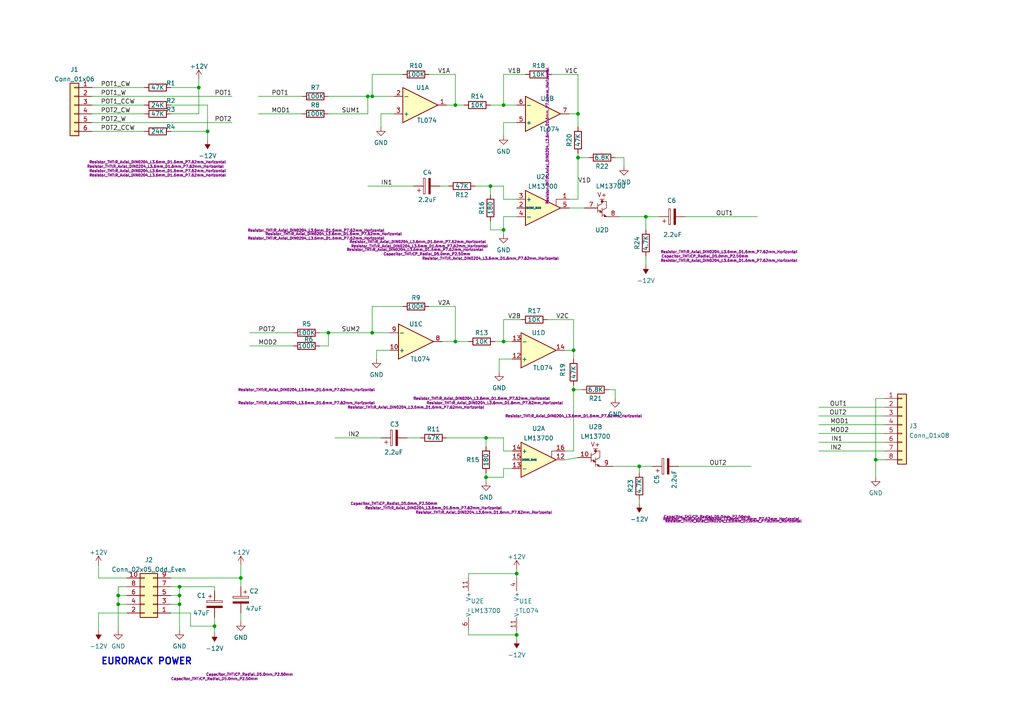
<source format=kicad_sch>
(kicad_sch (version 20211123) (generator eeschema)
  (paper "A4")
  (lib_symbols
    (symbol "Amplifier_Operational:LM13700" (pin_names (offset 0.127))
      (property "Reference" "U" (at 3.81 5.08 0))
      (property "Value" "LM13700" (at 5.08 -5.08 0))
      (symbol "LM13700_1_1"
        (polyline (pts (xy 3.81 -0.635) (xy 3.81 -2.54) (xy 5.08 -2.54)))
        (polyline (pts (xy 5.08 0) (xy -5.08 -5.08) (xy -5.08 5.08) (xy 5.08 0)) (stroke (width 0.254)) (fill (type background)))
        (pin output line (at 7.62 0 180) (length 2.54) (name "~") (number "12"))
        (pin input line (at -7.62 2.54 0) (length 2.54) (name "-") (number "13"))
        (pin input line (at -7.62 -2.54 0) (length 2.54) (name "+") (number "14"))
        (pin input line (at -7.62 0 0) (length 2.54) (name "DIODE_BIAS") (number "15"))
        (pin input line (at 7.62 -2.54 180) (length 2.54) (name "~") (number "16"))
      )
      (symbol "LM13700_2_0"
        (polyline (pts (xy -1.905 2.54) (xy -3.175 2.54)))
      )
      (symbol "LM13700_2_1"
        (circle (center -2.54 1.905) (radius 0.254) (stroke (width 0.254)) (fill (type outline)))
        (polyline (pts (xy -3.81 -0.635) (xy -2.54 -1.27)))
        (polyline (pts (xy -3.81 1.27) (xy -3.81 -1.27)))
        (polyline (pts (xy -2.54 -1.905) (xy -1.27 -2.54)))
        (polyline (pts (xy -2.54 0) (xy -2.54 -2.54)))
        (polyline (pts (xy -3.81 0.635) (xy -2.54 1.27) (xy -2.54 1.905) (xy -2.54 2.54)))
        (polyline (pts (xy -2.54 -1.27) (xy -3.175 -0.635) (xy -3.175 -1.27) (xy -2.54 -1.27)) (fill (type outline)))
        (polyline (pts (xy -2.54 -0.635) (xy -1.27 0) (xy -1.27 1.905) (xy -2.54 1.905)))
        (polyline (pts (xy -1.27 -2.54) (xy -1.905 -1.905) (xy -1.905 -2.54) (xy -1.27 -2.54)) (fill (type outline)))
        (text "V+" (at -2.54 3.81 0) (effects (font (size 1.27 1.27))))
        (pin input line (at -7.62 0 0) (length 3.81) (name "~") (number "10"))
        (pin output line (at 2.54 -2.54 180) (length 3.81) (name "~") (number "9"))
      )
      (symbol "LM13700_3_1"
        (polyline (pts (xy 3.81 -0.635) (xy 3.81 -2.54) (xy 5.08 -2.54)))
        (polyline (pts (xy 5.08 0) (xy -5.08 -5.08) (xy -5.08 5.08) (xy 5.08 0)) (stroke (width 0.254)) (fill (type background)))
        (pin input line (at 7.62 -2.54 180) (length 2.54) (name "~") (number "1"))
        (pin input line (at -7.62 0 0) (length 2.54) (name "DIODE_BIAS") (number "2"))
        (pin input line (at -7.62 -2.54 0) (length 2.54) (name "+") (number "3"))
        (pin input line (at -7.62 2.54 0) (length 2.54) (name "-") (number "4"))
        (pin output line (at 7.62 0 180) (length 2.54) (name "~") (number "5"))
      )
      (symbol "LM13700_4_0"
        (polyline (pts (xy -3.175 2.54) (xy -1.905 2.54)))
        (text "V+" (at -2.54 3.81 0) (effects (font (size 1.27 1.27))))
      )
      (symbol "LM13700_4_1"
        (circle (center -2.54 1.905) (radius 0.254) (stroke (width 0.254)) (fill (type outline)))
        (polyline (pts (xy -3.81 -0.635) (xy -2.54 -1.27)))
        (polyline (pts (xy -3.81 1.27) (xy -3.81 -1.27)))
        (polyline (pts (xy -2.54 -1.905) (xy -1.27 -2.54)))
        (polyline (pts (xy -2.54 0) (xy -2.54 -2.54)))
        (polyline (pts (xy -3.81 0.635) (xy -2.54 1.27) (xy -2.54 2.54)))
        (polyline (pts (xy -2.54 -1.27) (xy -3.175 -0.635) (xy -3.175 -1.27) (xy -2.54 -1.27)) (fill (type outline)))
        (polyline (pts (xy -2.54 -0.635) (xy -1.27 0) (xy -1.27 1.905) (xy -2.54 1.905)))
        (polyline (pts (xy -1.27 -2.54) (xy -1.905 -1.905) (xy -1.905 -2.54) (xy -1.27 -2.54)) (fill (type outline)))
        (pin input line (at -7.62 0 0) (length 3.81) (name "~") (number "7"))
        (pin output line (at 2.54 -2.54 180) (length 3.81) (name "~") (number "8"))
      )
      (symbol "LM13700_5_1"
        (pin power_in line (at -2.54 7.62 270) (length 3.81) (name "V+") (number "11"))
        (pin power_in line (at -2.54 -7.62 90) (length 3.81) (name "V-") (number "6"))
      )
    )
    (symbol "Amplifier_Operational:TL074" (pin_names (offset 0.127))
      (property "Reference" "U" (at 0 5.08 0))
      (property "Value" "TL074" (at 0 -5.08 0))
      (symbol "TL074_1_1"
        (polyline (pts (xy -5.08 5.08) (xy 5.08 0) (xy -5.08 -5.08) (xy -5.08 5.08)) (stroke (width 0.254)) (fill (type background)))
        (pin output line (at 7.62 0 180) (length 2.54) (name "~") (number "1"))
        (pin input line (at -7.62 -2.54 0) (length 2.54) (name "-") (number "2"))
        (pin input line (at -7.62 2.54 0) (length 2.54) (name "+") (number "3"))
      )
      (symbol "TL074_2_1"
        (polyline (pts (xy -5.08 5.08) (xy 5.08 0) (xy -5.08 -5.08) (xy -5.08 5.08)) (stroke (width 0.254)) (fill (type background)))
        (pin input line (at -7.62 2.54 0) (length 2.54) (name "+") (number "5"))
        (pin input line (at -7.62 -2.54 0) (length 2.54) (name "-") (number "6"))
        (pin output line (at 7.62 0 180) (length 2.54) (name "~") (number "7"))
      )
      (symbol "TL074_3_1"
        (polyline (pts (xy -5.08 5.08) (xy 5.08 0) (xy -5.08 -5.08) (xy -5.08 5.08)) (stroke (width 0.254)) (fill (type background)))
        (pin input line (at -7.62 2.54 0) (length 2.54) (name "+") (number "10"))
        (pin output line (at 7.62 0 180) (length 2.54) (name "~") (number "8"))
        (pin input line (at -7.62 -2.54 0) (length 2.54) (name "-") (number "9"))
      )
      (symbol "TL074_4_1"
        (polyline (pts (xy -5.08 5.08) (xy 5.08 0) (xy -5.08 -5.08) (xy -5.08 5.08)) (stroke (width 0.254)) (fill (type background)))
        (pin input line (at -7.62 2.54 0) (length 2.54) (name "+") (number "12"))
        (pin input line (at -7.62 -2.54 0) (length 2.54) (name "-") (number "13"))
        (pin output line (at 7.62 0 180) (length 2.54) (name "~") (number "14"))
      )
      (symbol "TL074_5_1"
        (pin power_in line (at -2.54 -7.62 90) (length 3.81) (name "V-") (number "11"))
        (pin power_in line (at -2.54 7.62 270) (length 3.81) (name "V+") (number "4"))
      )
    )
    (symbol "Connector_Generic:Conn_01x06" (pin_names (offset 1.016) hide)
      (property "Reference" "J" (at 0 7.62 0))
      (property "Value" "Conn_01x06" (at 0 -10.16 0))
      (symbol "Conn_01x06_1_1"
        (rectangle (start -1.27 -7.493) (end 0 -7.747) (stroke (width 0.1524)))
        (rectangle (start -1.27 -4.953) (end 0 -5.207) (stroke (width 0.1524)))
        (rectangle (start -1.27 -2.413) (end 0 -2.667) (stroke (width 0.1524)))
        (rectangle (start -1.27 0.127) (end 0 -0.127) (stroke (width 0.1524)))
        (rectangle (start -1.27 2.667) (end 0 2.413) (stroke (width 0.1524)))
        (rectangle (start -1.27 5.207) (end 0 4.953) (stroke (width 0.1524)))
        (rectangle (start -1.27 6.35) (end 1.27 -8.89) (stroke (width 0.254)) (fill (type background)))
        (pin passive line (at -5.08 5.08 0) (length 3.81) (name "Pin_1") (number "1"))
        (pin passive line (at -5.08 2.54 0) (length 3.81) (name "Pin_2") (number "2"))
        (pin passive line (at -5.08 0 0) (length 3.81) (name "Pin_3") (number "3"))
        (pin passive line (at -5.08 -2.54 0) (length 3.81) (name "Pin_4") (number "4"))
        (pin passive line (at -5.08 -5.08 0) (length 3.81) (name "Pin_5") (number "5"))
        (pin passive line (at -5.08 -7.62 0) (length 3.81) (name "Pin_6") (number "6"))
      )
    )
    (symbol "Connector_Generic:Conn_01x08" (pin_names (offset 1.016) hide)
      (property "Reference" "J" (at 0 10.16 0))
      (property "Value" "Conn_01x08" (at 0 -12.7 0))
      (symbol "Conn_01x08_1_1"
        (rectangle (start -1.27 -10.033) (end 0 -10.287) (stroke (width 0.1524)))
        (rectangle (start -1.27 -7.493) (end 0 -7.747) (stroke (width 0.1524)))
        (rectangle (start -1.27 -4.953) (end 0 -5.207) (stroke (width 0.1524)))
        (rectangle (start -1.27 -2.413) (end 0 -2.667) (stroke (width 0.1524)))
        (rectangle (start -1.27 0.127) (end 0 -0.127) (stroke (width 0.1524)))
        (rectangle (start -1.27 2.667) (end 0 2.413) (stroke (width 0.1524)))
        (rectangle (start -1.27 5.207) (end 0 4.953) (stroke (width 0.1524)))
        (rectangle (start -1.27 7.747) (end 0 7.493) (stroke (width 0.1524)))
        (rectangle (start -1.27 8.89) (end 1.27 -11.43) (stroke (width 0.254)) (fill (type background)))
        (pin passive line (at -5.08 7.62 0) (length 3.81) (name "Pin_1") (number "1"))
        (pin passive line (at -5.08 5.08 0) (length 3.81) (name "Pin_2") (number "2"))
        (pin passive line (at -5.08 2.54 0) (length 3.81) (name "Pin_3") (number "3"))
        (pin passive line (at -5.08 0 0) (length 3.81) (name "Pin_4") (number "4"))
        (pin passive line (at -5.08 -2.54 0) (length 3.81) (name "Pin_5") (number "5"))
        (pin passive line (at -5.08 -5.08 0) (length 3.81) (name "Pin_6") (number "6"))
        (pin passive line (at -5.08 -7.62 0) (length 3.81) (name "Pin_7") (number "7"))
        (pin passive line (at -5.08 -10.16 0) (length 3.81) (name "Pin_8") (number "8"))
      )
    )
    (symbol "Connector_Generic:Conn_02x05_Odd_Even" (pin_names (offset 1.016) hide)
      (property "Reference" "J" (at 1.27 7.62 0))
      (property "Value" "Conn_02x05_Odd_Even" (at 1.27 -7.62 0))
      (symbol "Conn_02x05_Odd_Even_1_1"
        (rectangle (start -1.27 -4.953) (end 0 -5.207) (stroke (width 0.1524)))
        (rectangle (start -1.27 -2.413) (end 0 -2.667) (stroke (width 0.1524)))
        (rectangle (start -1.27 0.127) (end 0 -0.127) (stroke (width 0.1524)))
        (rectangle (start -1.27 2.667) (end 0 2.413) (stroke (width 0.1524)))
        (rectangle (start -1.27 5.207) (end 0 4.953) (stroke (width 0.1524)))
        (rectangle (start -1.27 6.35) (end 3.81 -6.35) (stroke (width 0.254)) (fill (type background)))
        (rectangle (start 3.81 -4.953) (end 2.54 -5.207) (stroke (width 0.1524)))
        (rectangle (start 3.81 -2.413) (end 2.54 -2.667) (stroke (width 0.1524)))
        (rectangle (start 3.81 0.127) (end 2.54 -0.127) (stroke (width 0.1524)))
        (rectangle (start 3.81 2.667) (end 2.54 2.413) (stroke (width 0.1524)))
        (rectangle (start 3.81 5.207) (end 2.54 4.953) (stroke (width 0.1524)))
        (pin passive line (at -5.08 5.08 0) (length 3.81) (name "Pin_1") (number "1"))
        (pin passive line (at 7.62 -5.08 180) (length 3.81) (name "Pin_10") (number "10"))
        (pin passive line (at 7.62 5.08 180) (length 3.81) (name "Pin_2") (number "2"))
        (pin passive line (at -5.08 2.54 0) (length 3.81) (name "Pin_3") (number "3"))
        (pin passive line (at 7.62 2.54 180) (length 3.81) (name "Pin_4") (number "4"))
        (pin passive line (at -5.08 0 0) (length 3.81) (name "Pin_5") (number "5"))
        (pin passive line (at 7.62 0 180) (length 3.81) (name "Pin_6") (number "6"))
        (pin passive line (at -5.08 -2.54 0) (length 3.81) (name "Pin_7") (number "7"))
        (pin passive line (at 7.62 -2.54 180) (length 3.81) (name "Pin_8") (number "8"))
        (pin passive line (at -5.08 -5.08 0) (length 3.81) (name "Pin_9") (number "9"))
      )
    )
    (symbol "Device:C_Polarized" (pin_numbers hide) (pin_names (offset 0.254))
      (property "Reference" "C" (at 0.635 2.54 0))
      (property "Value" "C_Polarized" (at 0.635 -2.54 0))
      (symbol "C_Polarized_0_1"
        (rectangle (start -2.286 0.508) (end 2.286 1.016))
        (polyline (pts (xy -1.778 2.286) (xy -0.762 2.286)))
        (polyline (pts (xy -1.27 2.794) (xy -1.27 1.778)))
        (rectangle (start 2.286 -0.508) (end -2.286 -1.016) (fill (type outline)))
      )
      (symbol "C_Polarized_1_1"
        (pin passive line (at 0 3.81 270) (length 2.794) (name "~") (number "1"))
        (pin passive line (at 0 -3.81 90) (length 2.794) (name "~") (number "2"))
      )
    )
    (symbol "Device:R" (pin_numbers hide) (pin_names (offset 0))
      (property "Reference" "R" (at 2.032 0 90))
      (property "Value" "R" (at 0 0 90))
      (symbol "R_0_1"
        (rectangle (start -1.016 -2.54) (end 1.016 2.54) (stroke (width 0.254)))
      )
      (symbol "R_1_1"
        (pin passive line (at 0 3.81 270) (length 1.27) (name "~") (number "1"))
        (pin passive line (at 0 -3.81 90) (length 1.27) (name "~") (number "2"))
      )
    )
    (symbol "power:+12V" (power) (pin_names (offset 0))
      (property "Value" "+12V" (at 0 3.556 0))
      (symbol "+12V_0_1"
        (polyline (pts (xy -0.762 1.27) (xy 0 2.54)))
        (polyline (pts (xy 0 0) (xy 0 2.54)))
        (polyline (pts (xy 0 2.54) (xy 0.762 1.27)))
      )
      (symbol "+12V_1_1"
        (pin power_in line (at 0 0 90) (length 0) hide (name "+12V") (number "1"))
      )
    )
    (symbol "power:-12V" (power) (pin_names (offset 0))
      (property "Value" "-12V" (at 0 3.81 0))
      (symbol "-12V_0_0"
        (pin power_in line (at 0 0 90) (length 0) hide (name "-12V") (number "1"))
      )
      (symbol "-12V_0_1"
        (polyline (pts (xy 0 0) (xy 0 1.27) (xy 0.762 1.27) (xy 0 2.54) (xy -0.762 1.27) (xy 0 1.27)) (fill (type outline)))
      )
    )
    (symbol "power:GND" (power) (pin_names (offset 0))
      (property "Value" "GND" (at 0 -3.81 0))
      (symbol "GND_0_1"
        (polyline (pts (xy 0 0) (xy 0 -1.27) (xy 1.27 -1.27) (xy 0 -2.54) (xy -1.27 -1.27) (xy 0 -1.27)))
      )
      (symbol "GND_1_1"
        (pin power_in line (at 0 0 270) (length 0) hide (name "GND") (number "1"))
      )
    )
  )
  (junction (at 167.64 45.72))
  (junction (at 146.05 30.48))
  (junction (at 166.37 113.03))
  (junction (at 132.08 30.48))
  (junction (at 106.68 27.94))
  (junction (at 167.64 33.02))
  (junction (at 62.23 181.61))
  (junction (at 57.658 25.4))
  (junction (at 140.97 127))
  (junction (at 60.198 38.1))
  (junction (at 142.24 53.975))
  (junction (at 149.86 166.37))
  (junction (at 107.95 96.52))
  (junction (at 146.05 66.675))
  (junction (at 52.07 175.26))
  (junction (at 187.325 62.865))
  (junction (at 185.42 135.255))
  (junction (at 34.29 175.26))
  (junction (at 52.07 170.18))
  (junction (at 107.95 27.94))
  (junction (at 95.25 96.52))
  (junction (at 166.37 101.6))
  (junction (at 132.08 99.06))
  (junction (at 34.29 172.72))
  (junction (at 254 133.35))
  (junction (at 69.85 167.64))
  (junction (at 52.07 172.72))
  (junction (at 140.97 138.43))
  (junction (at 149.86 184.15))
  (junction (at 146.05 99.06))
  (wire (pts (xy 52.07 172.72) (xy 52.07 175.26)))
  (wire (pts (xy 237.49 130.81) (xy 256.54 130.81)))
  (wire (pts (xy 166.37 113.03) (xy 168.91 113.03)))
  (wire (pts (xy 34.29 170.18) (xy 34.29 172.72)))
  (wire (pts (xy 57.658 25.4) (xy 57.658 22.86)))
  (wire (pts (xy 237.49 128.27) (xy 256.54 128.27)))
  (wire (pts (xy 132.08 99.06) (xy 128.27 99.06)))
  (wire (pts (xy 107.95 88.9) (xy 116.84 88.9)))
  (wire (pts (xy 146.05 62.865) (xy 146.05 66.675)))
  (wire (pts (xy 146.05 99.06) (xy 143.51 99.06)))
  (wire (pts (xy 69.85 163.83) (xy 69.85 167.64)))
  (wire (pts (xy 36.83 170.18) (xy 34.29 170.18)))
  (wire (pts (xy 140.97 138.43) (xy 146.05 138.43)))
  (wire (pts (xy 135.89 184.15) (xy 135.89 182.88)))
  (wire (pts (xy 107.95 88.9) (xy 107.95 96.52)))
  (wire (pts (xy 167.64 33.02) (xy 167.64 21.59)))
  (wire (pts (xy 92.71 100.33) (xy 95.25 100.33)))
  (wire (pts (xy 135.89 99.06) (xy 132.08 99.06)))
  (wire (pts (xy 142.24 64.135) (xy 142.24 66.675)))
  (wire (pts (xy 163.83 130.81) (xy 166.37 130.81)))
  (wire (pts (xy 106.68 53.975) (xy 120.015 53.975)))
  (wire (pts (xy 60.198 30.48) (xy 60.198 38.1)))
  (wire (pts (xy 163.83 101.6) (xy 166.37 101.6)))
  (wire (pts (xy 49.53 25.4) (xy 57.658 25.4)))
  (wire (pts (xy 149.86 62.865) (xy 146.05 62.865)))
  (wire (pts (xy 49.53 38.1) (xy 60.198 38.1)))
  (wire (pts (xy 95.25 27.94) (xy 106.68 27.94)))
  (wire (pts (xy 146.05 30.48) (xy 142.24 30.48)))
  (wire (pts (xy 166.37 111.76) (xy 166.37 113.03)))
  (wire (pts (xy 34.29 175.26) (xy 36.83 175.26)))
  (wire (pts (xy 149.86 30.48) (xy 146.05 30.48)))
  (wire (pts (xy 107.95 27.94) (xy 114.3 27.94)))
  (wire (pts (xy 148.59 99.06) (xy 146.05 99.06)))
  (wire (pts (xy 176.53 113.03) (xy 178.435 113.03)))
  (wire (pts (xy 62.23 170.18) (xy 62.23 171.45)))
  (wire (pts (xy 57.658 25.4) (xy 57.658 33.02)))
  (wire (pts (xy 132.08 30.48) (xy 129.54 30.48)))
  (wire (pts (xy 137.795 53.975) (xy 142.24 53.975)))
  (wire (pts (xy 140.97 127) (xy 146.05 127)))
  (wire (pts (xy 52.07 170.18) (xy 52.07 172.72)))
  (wire (pts (xy 114.3 33.02) (xy 110.49 33.02)))
  (wire (pts (xy 256.54 115.57) (xy 254 115.57)))
  (wire (pts (xy 185.42 135.255) (xy 189.23 135.255)))
  (wire (pts (xy 166.37 101.6) (xy 166.37 92.71)))
  (wire (pts (xy 34.29 172.72) (xy 36.83 172.72)))
  (wire (pts (xy 237.49 125.73) (xy 256.54 125.73)))
  (wire (pts (xy 149.86 166.37) (xy 149.86 167.64)))
  (wire (pts (xy 107.95 96.52) (xy 113.03 96.52)))
  (wire (pts (xy 165.1 60.325) (xy 169.545 60.325)))
  (wire (pts (xy 140.97 127) (xy 140.97 129.54)))
  (wire (pts (xy 26.67 35.56) (xy 67.31 35.56)))
  (wire (pts (xy 72.39 100.33) (xy 85.09 100.33)))
  (wire (pts (xy 149.86 184.15) (xy 149.86 182.88)))
  (wire (pts (xy 219.71 62.865) (xy 198.755 62.865)))
  (wire (pts (xy 254 133.35) (xy 254 138.43)))
  (wire (pts (xy 185.42 135.255) (xy 185.42 137.16)))
  (wire (pts (xy 146.05 92.71) (xy 151.13 92.71)))
  (wire (pts (xy 69.85 177.8) (xy 69.85 180.34)))
  (wire (pts (xy 34.29 172.72) (xy 34.29 175.26)))
  (wire (pts (xy 106.68 33.02) (xy 106.68 27.94)))
  (wire (pts (xy 237.49 118.11) (xy 256.54 118.11)))
  (wire (pts (xy 107.95 21.59) (xy 116.84 21.59)))
  (wire (pts (xy 146.05 99.06) (xy 146.05 92.71)))
  (wire (pts (xy 113.03 101.6) (xy 109.22 101.6)))
  (wire (pts (xy 237.49 120.65) (xy 256.54 120.65)))
  (wire (pts (xy 55.245 181.61) (xy 62.23 181.61)))
  (wire (pts (xy 149.86 57.785) (xy 146.05 57.785)))
  (wire (pts (xy 148.59 104.14) (xy 144.78 104.14)))
  (wire (pts (xy 185.42 144.78) (xy 185.42 146.05)))
  (wire (pts (xy 149.86 185.42) (xy 149.86 184.15)))
  (wire (pts (xy 140.97 138.43) (xy 140.97 139.7)))
  (wire (pts (xy 140.97 137.16) (xy 140.97 138.43)))
  (wire (pts (xy 52.07 170.18) (xy 62.23 170.18)))
  (wire (pts (xy 109.22 101.6) (xy 109.22 104.14)))
  (wire (pts (xy 132.08 88.9) (xy 124.46 88.9)))
  (wire (pts (xy 49.53 172.72) (xy 52.07 172.72)))
  (wire (pts (xy 34.29 175.26) (xy 34.29 182.88)))
  (wire (pts (xy 135.89 166.37) (xy 135.89 167.64)))
  (wire (pts (xy 49.53 30.48) (xy 60.198 30.48)))
  (wire (pts (xy 142.24 53.975) (xy 142.24 56.515)))
  (wire (pts (xy 110.49 33.02) (xy 110.49 36.83)))
  (wire (pts (xy 62.23 181.61) (xy 62.23 183.515)))
  (wire (pts (xy 95.25 100.33) (xy 95.25 96.52)))
  (wire (pts (xy 149.86 35.56) (xy 146.05 35.56)))
  (wire (pts (xy 49.53 177.8) (xy 55.245 177.8)))
  (wire (pts (xy 36.83 167.64) (xy 28.575 167.64)))
  (wire (pts (xy 146.05 66.675) (xy 146.05 67.945)))
  (wire (pts (xy 26.67 27.94) (xy 67.31 27.94)))
  (wire (pts (xy 180.975 45.72) (xy 180.975 48.26)))
  (wire (pts (xy 146.05 57.785) (xy 146.05 53.975)))
  (wire (pts (xy 49.53 170.18) (xy 52.07 170.18)))
  (wire (pts (xy 28.575 182.88) (xy 28.575 177.8)))
  (wire (pts (xy 146.05 135.89) (xy 148.59 135.89)))
  (wire (pts (xy 167.64 45.72) (xy 170.815 45.72)))
  (wire (pts (xy 237.49 123.19) (xy 256.54 123.19)))
  (wire (pts (xy 118.11 127) (xy 121.92 127)))
  (wire (pts (xy 132.08 88.9) (xy 132.08 99.06)))
  (wire (pts (xy 106.68 27.94) (xy 107.95 27.94)))
  (wire (pts (xy 107.95 27.94) (xy 107.95 21.59)))
  (wire (pts (xy 28.575 163.83) (xy 28.575 167.64)))
  (wire (pts (xy 167.64 57.785) (xy 167.64 45.72)))
  (wire (pts (xy 149.86 166.37) (xy 135.89 166.37)))
  (wire (pts (xy 167.64 44.45) (xy 167.64 45.72)))
  (wire (pts (xy 149.86 165.1) (xy 149.86 166.37)))
  (wire (pts (xy 72.39 96.52) (xy 85.09 96.52)))
  (wire (pts (xy 178.435 113.03) (xy 178.435 115.57)))
  (wire (pts (xy 69.85 167.64) (xy 69.85 170.18)))
  (wire (pts (xy 146.05 127) (xy 146.05 130.81)))
  (wire (pts (xy 132.08 30.48) (xy 132.08 21.59)))
  (wire (pts (xy 165.1 33.02) (xy 167.64 33.02)))
  (wire (pts (xy 178.435 45.72) (xy 180.975 45.72)))
  (wire (pts (xy 144.78 104.14) (xy 144.78 107.95)))
  (wire (pts (xy 55.245 177.8) (xy 55.245 181.61)))
  (wire (pts (xy 142.24 53.975) (xy 146.05 53.975)))
  (wire (pts (xy 146.05 130.81) (xy 148.59 130.81)))
  (wire (pts (xy 187.325 62.865) (xy 187.325 66.675)))
  (wire (pts (xy 129.54 127) (xy 140.97 127)))
  (wire (pts (xy 146.05 30.48) (xy 146.05 21.59)))
  (wire (pts (xy 95.25 33.02) (xy 106.68 33.02)))
  (wire (pts (xy 74.93 27.94) (xy 87.63 27.94)))
  (wire (pts (xy 254 115.57) (xy 254 133.35)))
  (wire (pts (xy 28.575 177.8) (xy 36.83 177.8)))
  (wire (pts (xy 254 133.35) (xy 256.54 133.35)))
  (wire (pts (xy 60.198 38.1) (xy 60.198 40.64)))
  (wire (pts (xy 49.53 33.02) (xy 57.658 33.02)))
  (wire (pts (xy 26.67 30.48) (xy 41.91 30.48)))
  (wire (pts (xy 166.37 101.6) (xy 166.37 104.14)))
  (wire (pts (xy 127.635 53.975) (xy 130.175 53.975)))
  (wire (pts (xy 165.1 57.785) (xy 167.64 57.785)))
  (wire (pts (xy 167.64 21.59) (xy 160.02 21.59)))
  (wire (pts (xy 146.05 66.675) (xy 142.24 66.675)))
  (wire (pts (xy 149.86 184.15) (xy 135.89 184.15)))
  (wire (pts (xy 187.325 74.295) (xy 187.325 76.835)))
  (wire (pts (xy 74.93 33.02) (xy 87.63 33.02)))
  (wire (pts (xy 49.53 167.64) (xy 69.85 167.64)))
  (wire (pts (xy 95.25 96.52) (xy 92.71 96.52)))
  (wire (pts (xy 26.67 38.1) (xy 41.91 38.1)))
  (wire (pts (xy 166.37 92.71) (xy 158.75 92.71)))
  (wire (pts (xy 179.705 62.865) (xy 187.325 62.865)))
  (wire (pts (xy 177.8 135.255) (xy 185.42 135.255)))
  (wire (pts (xy 26.67 25.4) (xy 41.91 25.4)))
  (wire (pts (xy 146.05 21.59) (xy 152.4 21.59)))
  (wire (pts (xy 49.53 175.26) (xy 52.07 175.26)))
  (wire (pts (xy 132.08 21.59) (xy 124.46 21.59)))
  (wire (pts (xy 26.67 33.02) (xy 41.91 33.02)))
  (wire (pts (xy 146.05 35.56) (xy 146.05 39.37)))
  (wire (pts (xy 62.23 181.61) (xy 62.23 179.07)))
  (wire (pts (xy 187.325 62.865) (xy 191.135 62.865)))
  (wire (pts (xy 217.805 135.255) (xy 196.85 135.255)))
  (wire (pts (xy 95.25 96.52) (xy 107.95 96.52)))
  (wire (pts (xy 146.05 138.43) (xy 146.05 135.89)))
  (wire (pts (xy 97.155 127) (xy 110.49 127)))
  (wire (pts (xy 166.37 113.03) (xy 166.37 130.81)))
  (wire (pts (xy 134.62 30.48) (xy 132.08 30.48)))
  (wire (pts (xy 167.64 33.02) (xy 167.64 36.83)))
  (wire (pts (xy 167.64 132.715) (xy 163.83 133.35)))
  (wire (pts (xy 52.07 175.26) (xy 52.07 182.88)))
  (text "EURORACK POWER" (at 29.21 193.04 0) (effects (font (size 1.905 1.905) (thickness 0.381) bold) (justify left bottom)))
  (label "POT2" (at 62.23 35.56 0))
  (label "POT2" (at 74.93 96.52 0))
  (label "V1B" (at 147.32 21.59 0))
  (label "POT2_W" (at 29.21 35.56 0))
  (label "POT1" (at 62.23 27.94 0))
  (label "V2C" (at 161.29 92.71 0))
  (label "V2B" (at 147.32 92.71 0))
  (label "MOD1" (at 240.792 123.19 0))
  (label "V2A" (at 127 88.9 0))
  (label "IN2" (at 240.792 130.81 0))
  (label "V1C" (at 163.83 21.59 0))
  (label "MOD2" (at 74.93 100.33 0))
  (label "V1A" (at 127 21.59 0))
  (label "OUT1" (at 240.665 118.11 0))
  (label "POT1_CW" (at 29.21 25.4 0))
  (label "IN1" (at 110.49 53.975 0))
  (label "OUT1" (at 207.645 62.865 0))
  (label "SUM1" (at 99.06 33.02 0))
  (label "SUM2" (at 99.06 96.52 0))
  (label "MOD1" (at 78.74 33.02 0))
  (label "POT2_CCW" (at 29.21 38.1 0))
  (label "POT1_W" (at 29.21 27.94 0))
  (label "IN1" (at 241.046 128.27 0))
  (label "IN2" (at 100.965 127 0))
  (label "V1D" (at 167.64 53.34 0))
  (label "POT1_CCW" (at 29.21 30.48 0))
  (label "OUT2" (at 240.538 120.65 0))
  (label "POT2_CW" (at 29.21 33.02 0))
  (label "MOD2" (at 240.792 125.73 0))
  (label "POT1" (at 78.74 27.94 0))
  (label "OUT2" (at 205.74 135.255 0))
  (symbol (lib_id "Amplifier_Operational:TL074") (at 120.65 99.06 0) (mirror x) (unit 3)
    (property "Reference" "U1" (at 120.65 93.98 0))
    (property "Value" "TL074" (at 121.92 104.14 0))
    (property "Datasheet" "http://www.ti.com/lit/ds/symlink/tl071.pdf" (effects hide))
  )
  (symbol (lib_id "power:-12V") (at 185.42 146.05 180) (unit 1)
    (property "Reference" "#PWR0104" (effects hide))
    (property "Value" "-12V" (at 185.42 150.6125 0))
  )
  (symbol (lib_id "Device:R") (at 45.72 25.4 90) (unit 1)
    (property "Reference" "R1" (at 49.53 24.13 90))
    (property "Value" "47K" (at 45.72 25.4 90))
    (property "Footprint" "Resistor_THT:R_Axial_DIN0204_L3.6mm_D1.6mm_P7.62mm_Horizontal" (at 45.085 48.26 90) (effects (font (size 0.762 0.762))))
    (property "Datasheet" "https://www.mouser.com/ProductDetail/Xicon/299-220-RC?qs=MNX0Jdkv8mSgBtBJYBhvZQ%3D%3D" (effects hide))
  )
  (symbol (lib_id "Device:R") (at 140.97 133.35 180) (unit 1)
    (property "Reference" "R15" (at 137.16 133.35 0))
    (property "Value" "180" (at 140.97 133.35 90))
    (property "Footprint" "Resistor_THT:R_Axial_DIN0204_L3.6mm_D1.6mm_P7.62mm_Horizontal" (at 140.335 148.59 0) (effects (font (size 0.762 0.762))))
    (property "Datasheet" "https://www.mouser.com/ProductDetail/Xicon/299-220-RC?qs=MNX0Jdkv8mSgBtBJYBhvZQ%3D%3D" (effects hide))
  )
  (symbol (lib_id "Device:R") (at 187.325 70.485 180) (unit 1)
    (property "Reference" "R24" (at 184.785 70.485 90))
    (property "Value" "4.7K" (at 187.325 70.485 90))
    (property "Footprint" "Resistor_THT:R_Axial_DIN0204_L3.6mm_D1.6mm_P7.62mm_Horizontal" (at 211.455 75.565 0) (effects (font (size 0.762 0.762))))
    (property "Datasheet" "https://www.mouser.com/ProductDetail/Xicon/299-220-RC?qs=MNX0Jdkv8mSgBtBJYBhvZQ%3D%3D" (effects hide))
  )
  (symbol (lib_id "Device:R") (at 139.7 99.06 90) (unit 1)
    (property "Reference" "R13" (at 139.7 96.52 90))
    (property "Value" "10K" (at 139.7 99.06 90))
    (property "Footprint" "Resistor_THT:R_Axial_DIN0204_L3.6mm_D1.6mm_P7.62mm_Horizontal" (at 139.7 115.57 90) (effects (font (size 0.762 0.762))))
    (property "Datasheet" "https://www.mouser.com/ProductDetail/Xicon/299-220-RC?qs=MNX0Jdkv8mSgBtBJYBhvZQ%3D%3D" (effects hide))
  )
  (symbol (lib_id "Device:C_Polarized") (at 123.825 53.975 90) (unit 1)
    (property "Reference" "C4" (at 123.952 50.038 90))
    (property "Value" "2.2uF" (at 123.952 57.912 90))
    (property "Footprint" "Capacitor_THT:CP_Radial_D5.0mm_P2.50mm" (at 123.825 73.66 90) (effects (font (size 0.762 0.762))))
    (property "Datasheet" "https://www.mouser.com/ProductDetail/140-REA470M1CBK0511P" (effects hide))
  )
  (symbol (lib_id "Device:C_Polarized") (at 114.3 127 90) (unit 1)
    (property "Reference" "C3" (at 114.427 123.063 90))
    (property "Value" "2.2uF" (at 114.173 131.191 90))
    (property "Footprint" "Capacitor_THT:CP_Radial_D5.0mm_P2.50mm" (at 114.3 146.05 90) (effects (font (size 0.762 0.762))))
    (property "Datasheet" "https://www.mouser.com/ProductDetail/140-REA470M1CBK0511P" (effects hide))
  )
  (symbol (lib_id "power:GND") (at 140.97 139.7 0) (unit 1)
    (property "Reference" "#PWR0116" (effects hide))
    (property "Value" "GND" (at 140.97 144.2625 0))
  )
  (symbol (lib_id "power:GND") (at 180.975 48.26 0) (unit 1)
    (property "Reference" "#PWR0112" (effects hide))
    (property "Value" "GND" (at 180.975 52.8225 0))
  )
  (symbol (lib_id "Device:R") (at 120.65 88.9 90) (unit 1)
    (property "Reference" "R9" (at 120.65 86.36 90))
    (property "Value" "100K" (at 120.65 88.9 90))
    (property "Footprint" "Resistor_THT:R_Axial_DIN0204_L3.6mm_D1.6mm_P7.62mm_Horizontal" (at 120.65 118.11 90) (effects (font (size 0.762 0.762))))
    (property "Datasheet" "https://www.mouser.com/ProductDetail/Xicon/299-220-RC?qs=MNX0Jdkv8mSgBtBJYBhvZQ%3D%3D" (effects hide))
  )
  (symbol (lib_id "power:-12V") (at 187.325 76.835 180) (unit 1)
    (property "Reference" "#PWR0113" (effects hide))
    (property "Value" "-12V" (at 187.325 81.3975 0))
  )
  (symbol (lib_id "Amplifier_Operational:LM13700") (at 138.43 175.26 0) (unit 5)
    (property "Reference" "U2" (at 136.525 174.3515 0) (effects (justify left)))
    (property "Value" "LM13700" (at 136.525 177.1266 0) (effects (justify left)))
    (property "Datasheet" "http://www.ti.com/lit/ds/symlink/lm13700.pdf" (effects hide))
  )
  (symbol (lib_id "power:GND") (at 110.49 36.83 0) (unit 1)
    (property "Reference" "#PWR0118" (effects hide))
    (property "Value" "GND" (at 110.49 41.3925 0))
  )
  (symbol (lib_id "power:GND") (at 52.07 182.88 0) (unit 1)
    (property "Reference" "#PWR0108" (effects hide))
    (property "Value" "GND" (at 52.07 187.4425 0))
  )
  (symbol (lib_id "Amplifier_Operational:TL074") (at 121.92 30.48 0) (mirror x) (unit 1)
    (property "Reference" "U1" (at 122.555 25.4 0))
    (property "Value" "TL074" (at 123.825 34.925 0))
    (property "Footprint" "Package_DIP:DIP-14_W7.62mm_LongPads" (effects hide))
    (property "Datasheet" "http://www.ti.com/lit/ds/symlink/tl071.pdf" (effects hide))
  )
  (symbol (lib_id "Device:C_Polarized") (at 69.85 173.99 0) (mirror y) (unit 1)
    (property "Reference" "C2" (at 73.66 171.45 0))
    (property "Value" "47uF" (at 73.66 176.53 0))
    (property "Footprint" "Capacitor_THT:CP_Radial_D5.0mm_P2.50mm" (at 72.39 195.58 0) (effects (font (size 0.762 0.762))))
    (property "Datasheet" "https://www.mouser.com/ProductDetail/140-REA470M1CBK0511P" (effects hide))
  )
  (symbol (lib_id "Device:R") (at 45.72 38.1 90) (unit 1)
    (property "Reference" "R4" (at 49.53 36.83 90))
    (property "Value" "24K" (at 45.72 38.1 90))
    (property "Footprint" "Resistor_THT:R_Axial_DIN0204_L3.6mm_D1.6mm_P7.62mm_Horizontal" (at 45.72 50.8 90) (effects (font (size 0.762 0.762))))
    (property "Datasheet" "https://www.mouser.com/ProductDetail/Xicon/299-220-RC?qs=MNX0Jdkv8mSgBtBJYBhvZQ%3D%3D" (effects hide))
  )
  (symbol (lib_id "Connector_Generic:Conn_01x06") (at 21.59 30.48 0) (mirror y) (unit 1)
    (property "Reference" "J1" (at 21.59 20.1635 0))
    (property "Value" "Conn_01x06" (at 21.59 22.9386 0))
    (property "Footprint" "Connector_PinSocket_2.54mm:PinSocket_1x06_P2.54mm_Vertical" (effects hide))
  )
  (symbol (lib_id "power:GND") (at 144.78 107.95 0) (unit 1)
    (property "Reference" "#PWR0115" (effects hide))
    (property "Value" "GND" (at 144.78 112.5125 0))
  )
  (symbol (lib_id "Connector_Generic:Conn_01x08") (at 261.62 123.19 0) (unit 1)
    (property "Reference" "J3" (at 263.652 123.5515 0) (effects (justify left)))
    (property "Value" "Conn_01x08" (at 263.652 126.3266 0) (effects (justify left)))
    (property "Footprint" "Connector_PinSocket_2.54mm:PinSocket_1x08_P2.54mm_Vertical" (effects hide))
  )
  (symbol (lib_id "Device:R") (at 138.43 30.48 90) (unit 1)
    (property "Reference" "R14" (at 138.43 27.94 90))
    (property "Value" "10K" (at 138.43 30.48 90))
    (property "Footprint" "Resistor_THT:R_Axial_DIN0204_L3.6mm_D1.6mm_P7.62mm_Horizontal" (at 96.774 67.818 90) (effects (font (size 0.762 0.762))))
    (property "Datasheet" "https://www.mouser.com/ProductDetail/Xicon/299-220-RC?qs=MNX0Jdkv8mSgBtBJYBhvZQ%3D%3D" (effects hide))
  )
  (symbol (lib_id "Device:R") (at 167.64 40.64 180) (unit 1)
    (property "Reference" "R20" (at 165.1 40.64 90))
    (property "Value" "47K" (at 167.64 40.64 90))
    (property "Footprint" "Resistor_THT:R_Axial_DIN0204_L3.6mm_D1.6mm_P7.62mm_Horizontal" (at 158.75 39.37 90) (effects (font (size 0.762 0.762))))
    (property "Datasheet" "https://www.mouser.com/ProductDetail/Xicon/299-220-RC?qs=MNX0Jdkv8mSgBtBJYBhvZQ%3D%3D" (effects hide))
  )
  (symbol (lib_id "Amplifier_Operational:LM13700") (at 157.48 60.325 0) (mirror x) (unit 3)
    (property "Reference" "U2" (at 157.48 51.2785 0))
    (property "Value" "LM13700" (at 157.48 54.0536 0))
    (property "Datasheet" "http://www.ti.com/lit/ds/symlink/lm13700.pdf" (effects hide))
  )
  (symbol (lib_id "Amplifier_Operational:LM13700") (at 177.165 60.325 0) (unit 4)
    (property "Reference" "U2" (at 174.625 66.7046 0))
    (property "Value" "LM13700" (at 177.165 53.975 0))
    (property "Datasheet" "http://www.ti.com/lit/ds/symlink/lm13700.pdf" (effects hide))
  )
  (symbol (lib_id "Device:R") (at 88.9 96.52 90) (unit 1)
    (property "Reference" "R5" (at 88.9 93.98 90))
    (property "Value" "100K" (at 88.9 96.52 90))
    (property "Footprint" "Resistor_THT:R_Axial_DIN0204_L3.6mm_D1.6mm_P7.62mm_Horizontal" (at 88.9 113.03 90) (effects (font (size 0.762 0.762))))
    (property "Datasheet" "https://www.mouser.com/ProductDetail/Xicon/299-220-RC?qs=MNX0Jdkv8mSgBtBJYBhvZQ%3D%3D" (effects hide))
  )
  (symbol (lib_id "Amplifier_Operational:LM13700") (at 156.21 133.35 0) (mirror x) (unit 1)
    (property "Reference" "U2" (at 156.21 124.3035 0))
    (property "Value" "LM13700" (at 156.21 127.0786 0))
    (property "Footprint" "Package_DIP:DIP-16_W7.62mm_LongPads" (effects hide))
    (property "Datasheet" "http://www.ti.com/lit/ds/symlink/lm13700.pdf" (effects hide))
  )
  (symbol (lib_id "Device:R") (at 125.73 127 270) (unit 1)
    (property "Reference" "R11" (at 125.73 124.46 90))
    (property "Value" "47K" (at 125.73 127 90))
    (property "Footprint" "Resistor_THT:R_Axial_DIN0204_L3.6mm_D1.6mm_P7.62mm_Horizontal" (at 125.73 147.32 90) (effects (font (size 0.762 0.762))))
    (property "Datasheet" "https://www.mouser.com/ProductDetail/Xicon/299-220-RC?qs=MNX0Jdkv8mSgBtBJYBhvZQ%3D%3D" (effects hide))
  )
  (symbol (lib_id "Amplifier_Operational:TL074") (at 156.21 101.6 0) (mirror x) (unit 4)
    (property "Reference" "U1" (at 156.21 96.52 0))
    (property "Value" "TL074" (at 157.48 106.68 0))
    (property "Datasheet" "http://www.ti.com/lit/ds/symlink/tl071.pdf" (effects hide))
  )
  (symbol (lib_id "Amplifier_Operational:LM13700") (at 175.26 132.715 0) (unit 2)
    (property "Reference" "U2" (at 172.72 123.8049 0))
    (property "Value" "LM13700" (at 172.72 126.58 0))
    (property "Datasheet" "http://www.ti.com/lit/ds/symlink/lm13700.pdf" (effects hide))
  )
  (symbol (lib_id "power:GND") (at 34.29 182.88 0) (unit 1)
    (property "Reference" "#PWR0105" (effects hide))
    (property "Value" "GND" (at 34.29 187.4425 0))
  )
  (symbol (lib_id "Device:R") (at 142.24 60.325 180) (unit 1)
    (property "Reference" "R16" (at 139.7 60.325 90))
    (property "Value" "180" (at 142.24 60.325 90))
    (property "Footprint" "Resistor_THT:R_Axial_DIN0204_L3.6mm_D1.6mm_P7.62mm_Horizontal" (at 142.24 74.93 0) (effects (font (size 0.762 0.762))))
    (property "Datasheet" "https://www.mouser.com/ProductDetail/Xicon/299-220-RC?qs=MNX0Jdkv8mSgBtBJYBhvZQ%3D%3D" (effects hide))
  )
  (symbol (lib_id "Device:R") (at 88.9 100.33 90) (unit 1)
    (property "Reference" "R6" (at 89.535 98.425 90))
    (property "Value" "100K" (at 88.9 100.33 90))
    (property "Footprint" "Resistor_THT:R_Axial_DIN0204_L3.6mm_D1.6mm_P7.62mm_Horizontal" (at 88.9 116.84 90) (effects (font (size 0.762 0.762))))
    (property "Datasheet" "https://www.mouser.com/ProductDetail/Xicon/299-220-RC?qs=MNX0Jdkv8mSgBtBJYBhvZQ%3D%3D" (effects hide))
  )
  (symbol (lib_id "Device:R") (at 172.72 113.03 270) (unit 1)
    (property "Reference" "R21" (at 172.72 115.57 90))
    (property "Value" "6.8K" (at 172.72 113.03 90))
    (property "Footprint" "Resistor_THT:R_Axial_DIN0204_L3.6mm_D1.6mm_P7.62mm_Horizontal" (at 212.09 150.495 90) (effects (font (size 0.762 0.762))))
    (property "Datasheet" "https://www.mouser.com/ProductDetail/Xicon/299-220-RC?qs=MNX0Jdkv8mSgBtBJYBhvZQ%3D%3D" (effects hide))
  )
  (symbol (lib_id "power:GND") (at 254 138.43 0) (unit 1)
    (property "Reference" "#PWR0103" (effects hide))
    (property "Value" "GND" (at 254 142.9925 0))
  )
  (symbol (lib_id "Device:R") (at 156.21 21.59 90) (unit 1)
    (property "Reference" "R18" (at 156.21 19.05 90))
    (property "Value" "10K" (at 156.21 21.59 90))
    (property "Footprint" "Resistor_THT:R_Axial_DIN0204_L3.6mm_D1.6mm_P7.62mm_Horizontal" (at 121.158 70.104 90) (effects (font (size 0.762 0.762))))
    (property "Datasheet" "https://www.mouser.com/ProductDetail/Xicon/299-220-RC?qs=MNX0Jdkv8mSgBtBJYBhvZQ%3D%3D" (effects hide))
  )
  (symbol (lib_id "power:GND") (at 69.85 180.34 0) (unit 1)
    (property "Reference" "#PWR0110" (effects hide))
    (property "Value" "GND" (at 69.85 184.9025 0))
  )
  (symbol (lib_id "power:+12V") (at 149.86 165.1 0) (unit 1)
    (property "Reference" "#PWR0122" (effects hide))
    (property "Value" "+12V" (at 149.86 161.4955 0))
  )
  (symbol (lib_id "power:-12V") (at 62.23 183.515 180) (unit 1)
    (property "Reference" "#PWR0109" (effects hide))
    (property "Value" "-12V" (at 62.23 188.0775 0))
  )
  (symbol (lib_id "power:GND") (at 146.05 39.37 0) (unit 1)
    (property "Reference" "#PWR0119" (effects hide))
    (property "Value" "GND" (at 146.05 43.9325 0))
  )
  (symbol (lib_id "power:GND") (at 146.05 67.945 0) (unit 1)
    (property "Reference" "#PWR0117" (effects hide))
    (property "Value" "GND" (at 146.05 72.5075 0))
  )
  (symbol (lib_id "Device:C_Polarized") (at 194.945 62.865 90) (unit 1)
    (property "Reference" "C6" (at 194.818 58.166 90))
    (property "Value" "2.2uF" (at 195.072 68.072 90))
    (property "Footprint" "Capacitor_THT:CP_Radial_D5.0mm_P2.50mm" (at 204.47 74.295 90) (effects (font (size 0.762 0.762))))
    (property "Datasheet" "https://www.mouser.com/ProductDetail/140-REA470M1CBK0511P" (effects hide))
  )
  (symbol (lib_id "Device:R") (at 185.42 140.97 180) (unit 1)
    (property "Reference" "R23" (at 182.88 140.97 90))
    (property "Value" "4.7K" (at 185.42 140.97 90))
    (property "Footprint" "Resistor_THT:R_Axial_DIN0204_L3.6mm_D1.6mm_P7.62mm_Horizontal" (at 212.725 151.13 0) (effects (font (size 0.762 0.762))))
    (property "Datasheet" "https://www.mouser.com/ProductDetail/Xicon/299-220-RC?qs=MNX0Jdkv8mSgBtBJYBhvZQ%3D%3D" (effects hide))
  )
  (symbol (lib_id "Device:C_Polarized") (at 62.23 175.26 0) (unit 1)
    (property "Reference" "C1" (at 58.42 172.72 0))
    (property "Value" "47uF" (at 58.42 177.8 0))
    (property "Footprint" "Capacitor_THT:CP_Radial_D5.0mm_P2.50mm" (at 62.23 196.85 0) (effects (font (size 0.762 0.762))))
    (property "Datasheet" "https://www.mouser.com/ProductDetail/140-REA470M1CBK0511P" (effects hide))
  )
  (symbol (lib_id "Device:R") (at 91.44 33.02 90) (unit 1)
    (property "Reference" "R8" (at 91.44 30.48 90))
    (property "Value" "100K" (at 91.44 33.02 90))
    (property "Footprint" "Resistor_THT:R_Axial_DIN0204_L3.6mm_D1.6mm_P7.62mm_Horizontal" (at 91.694 69.088 90) (effects (font (size 0.762 0.762))))
    (property "Datasheet" "https://www.mouser.com/ProductDetail/Xicon/299-220-RC?qs=MNX0Jdkv8mSgBtBJYBhvZQ%3D%3D" (effects hide))
  )
  (symbol (lib_id "power:+12V") (at 69.85 163.83 0) (unit 1)
    (property "Reference" "#PWR0111" (effects hide))
    (property "Value" "+12V" (at 69.85 160.2255 0))
  )
  (symbol (lib_id "Device:C_Polarized") (at 193.04 135.255 90) (unit 1)
    (property "Reference" "C5" (at 190.5 139.065 0))
    (property "Value" "2.2uF" (at 195.58 139.065 0))
    (property "Footprint" "Capacitor_THT:CP_Radial_D5.0mm_P2.50mm" (at 205.105 149.86 90) (effects (font (size 0.762 0.762))))
    (property "Datasheet" "https://www.mouser.com/ProductDetail/140-REA470M1CBK0511P" (effects hide))
  )
  (symbol (lib_id "Device:R") (at 154.94 92.71 90) (unit 1)
    (property "Reference" "R17" (at 154.94 90.17 90))
    (property "Value" "10K" (at 154.94 92.71 90))
    (property "Footprint" "Resistor_THT:R_Axial_DIN0204_L3.6mm_D1.6mm_P7.62mm_Horizontal" (at 143.51 116.84 90) (effects (font (size 0.762 0.762))))
    (property "Datasheet" "https://www.mouser.com/ProductDetail/Xicon/299-220-RC?qs=MNX0Jdkv8mSgBtBJYBhvZQ%3D%3D" (effects hide))
  )
  (symbol (lib_id "Connector_Generic:Conn_02x05_Odd_Even") (at 44.45 172.72 180) (unit 1)
    (property "Reference" "J2" (at 43.18 162.4035 0))
    (property "Value" "Conn_02x05_Odd_Even" (at 43.18 165.1786 0))
    (property "Footprint" "Connector_IDC:IDC-Header_2x05_P2.54mm_Vertical" (effects hide))
  )
  (symbol (lib_id "Device:R") (at 45.72 30.48 90) (unit 1)
    (property "Reference" "R2" (at 49.53 29.21 90))
    (property "Value" "24K" (at 45.72 30.48 90))
    (property "Footprint" "Resistor_THT:R_Axial_DIN0204_L3.6mm_D1.6mm_P7.62mm_Horizontal" (at 45.72 46.99 90) (effects (font (size 0.762 0.762))))
    (property "Datasheet" "https://www.mouser.com/ProductDetail/Xicon/299-220-RC?qs=MNX0Jdkv8mSgBtBJYBhvZQ%3D%3D" (effects hide))
  )
  (symbol (lib_id "Device:R") (at 120.65 21.59 90) (unit 1)
    (property "Reference" "R10" (at 120.65 19.05 90))
    (property "Value" "100K" (at 120.65 21.59 90))
    (property "Footprint" "Resistor_THT:R_Axial_DIN0204_L3.6mm_D1.6mm_P7.62mm_Horizontal" (at 120.396 72.39 90) (effects (font (size 0.762 0.762))))
    (property "Datasheet" "https://www.mouser.com/ProductDetail/Xicon/299-220-RC?qs=MNX0Jdkv8mSgBtBJYBhvZQ%3D%3D" (effects hide))
  )
  (symbol (lib_id "power:GND") (at 178.435 115.57 0) (unit 1)
    (property "Reference" "#PWR0114" (effects hide))
    (property "Value" "GND" (at 178.435 120.1325 0))
  )
  (symbol (lib_id "Device:R") (at 91.44 27.94 90) (unit 1)
    (property "Reference" "R7" (at 91.44 25.4 90))
    (property "Value" "100K" (at 91.44 27.94 90))
    (property "Footprint" "Resistor_THT:R_Axial_DIN0204_L3.6mm_D1.6mm_P7.62mm_Horizontal" (at 91.694 66.802 90) (effects (font (size 0.762 0.762))))
    (property "Datasheet" "https://www.mouser.com/ProductDetail/Xicon/299-220-RC?qs=MNX0Jdkv8mSgBtBJYBhvZQ%3D%3D" (effects hide))
  )
  (symbol (lib_id "power:-12V") (at 149.86 185.42 180) (unit 1)
    (property "Reference" "#PWR0121" (effects hide))
    (property "Value" "-12V" (at 149.86 189.9825 0))
  )
  (symbol (lib_id "power:-12V") (at 60.198 40.64 180) (unit 1)
    (property "Reference" "#PWR0101" (effects hide))
    (property "Value" "-12V" (at 60.198 45.2025 0))
  )
  (symbol (lib_id "power:-12V") (at 28.575 182.88 180) (unit 1)
    (property "Reference" "#PWR0106" (effects hide))
    (property "Value" "-12V" (at 28.575 187.4425 0))
  )
  (symbol (lib_id "Device:R") (at 133.985 53.975 270) (unit 1)
    (property "Reference" "R12" (at 133.985 56.515 90))
    (property "Value" "47K" (at 133.985 53.975 90))
    (property "Footprint" "Resistor_THT:R_Axial_DIN0204_L3.6mm_D1.6mm_P7.62mm_Horizontal" (at 121.666 71.374 90) (effects (font (size 0.762 0.762))))
    (property "Datasheet" "https://www.mouser.com/ProductDetail/Xicon/299-220-RC?qs=MNX0Jdkv8mSgBtBJYBhvZQ%3D%3D" (effects hide))
  )
  (symbol (lib_id "Device:R") (at 166.37 107.95 180) (unit 1)
    (property "Reference" "R19" (at 163.195 107.315 90))
    (property "Value" "47K" (at 166.37 107.95 90))
    (property "Footprint" "Resistor_THT:R_Axial_DIN0204_L3.6mm_D1.6mm_P7.62mm_Horizontal" (at 166.37 120.65 0) (effects (font (size 0.762 0.762))))
    (property "Datasheet" "https://www.mouser.com/ProductDetail/Xicon/299-220-RC?qs=MNX0Jdkv8mSgBtBJYBhvZQ%3D%3D" (effects hide))
  )
  (symbol (lib_id "Device:R") (at 174.625 45.72 270) (unit 1)
    (property "Reference" "R22" (at 174.625 48.26 90))
    (property "Value" "6.8K" (at 174.625 45.72 90))
    (property "Footprint" "Resistor_THT:R_Axial_DIN0204_L3.6mm_D1.6mm_P7.62mm_Horizontal" (at 211.455 73.025 90) (effects (font (size 0.762 0.762))))
    (property "Datasheet" "https://www.mouser.com/ProductDetail/Xicon/299-220-RC?qs=MNX0Jdkv8mSgBtBJYBhvZQ%3D%3D" (effects hide))
  )
  (symbol (lib_id "Amplifier_Operational:TL074") (at 157.48 33.02 0) (mirror x) (unit 2)
    (property "Reference" "U1" (at 158.75 28.575 0))
    (property "Value" "TL074" (at 159.385 37.465 0))
    (property "Datasheet" "http://www.ti.com/lit/ds/symlink/tl071.pdf" (effects hide))
  )
  (symbol (lib_id "Device:R") (at 45.72 33.02 90) (unit 1)
    (property "Reference" "R3" (at 49.53 31.75 90))
    (property "Value" "47K" (at 45.72 33.02 90))
    (property "Footprint" "Resistor_THT:R_Axial_DIN0204_L3.6mm_D1.6mm_P7.62mm_Horizontal" (at 45.72 49.53 90) (effects (font (size 0.762 0.762))))
    (property "Datasheet" "https://www.mouser.com/ProductDetail/Xicon/299-220-RC?qs=MNX0Jdkv8mSgBtBJYBhvZQ%3D%3D" (effects hide))
  )
  (symbol (lib_id "Amplifier_Operational:TL074") (at 152.4 175.26 0) (unit 5)
    (property "Reference" "U1" (at 150.495 174.3515 0) (effects (justify left)))
    (property "Value" "TL074" (at 150.495 177.1266 0) (effects (justify left)))
    (property "Datasheet" "http://www.ti.com/lit/ds/symlink/tl071.pdf" (effects hide))
  )
  (symbol (lib_id "power:+12V") (at 57.658 22.86 0) (unit 1)
    (property "Reference" "#PWR0102" (effects hide))
    (property "Value" "+12V" (at 57.658 19.2555 0))
  )
  (symbol (lib_id "power:GND") (at 109.22 104.14 0) (unit 1)
    (property "Reference" "#PWR0120" (effects hide))
    (property "Value" "GND" (at 109.22 108.7025 0))
  )
  (symbol (lib_id "power:+12V") (at 28.575 163.83 0) (unit 1)
    (property "Reference" "#PWR0107" (effects hide))
    (property "Value" "+12V" (at 28.575 160.2255 0))
  )
)
</source>
